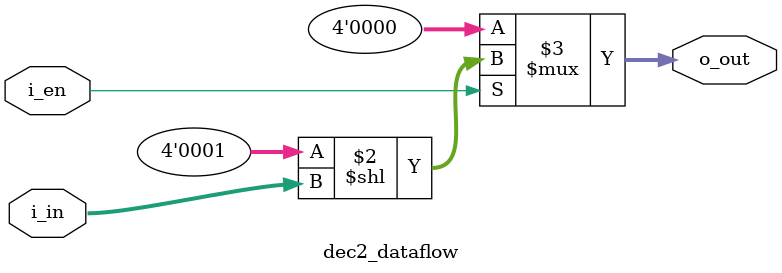
<source format=v>
module dec2_behavior
(
	output reg	[3:0]	o_out,
	input		[1:0]	i_in,
	input				i_en
);
																																				
always @(*) begin
	if (i_en == 1'b1) begin
		case(i_in)
			2'b00:	o_out	= 4'b0001;
			2'b01:	o_out	= 4'b0010;
			2'b10:	o_out	= 4'b0100;
			2'b11:	o_out	= 4'b1000;
		endcase
	end else begin
		o_out	= 4'b0;
	end
end

endmodule

module dec2_dataflow
(
	output 		[3:0]	o_out,
	input		[1:0]	i_in,
	input				i_en
);
																																				
	assign o_out	= (i_en == 1'b1) ? (4'd1 << i_in) : 4'd0;

endmodule

</source>
